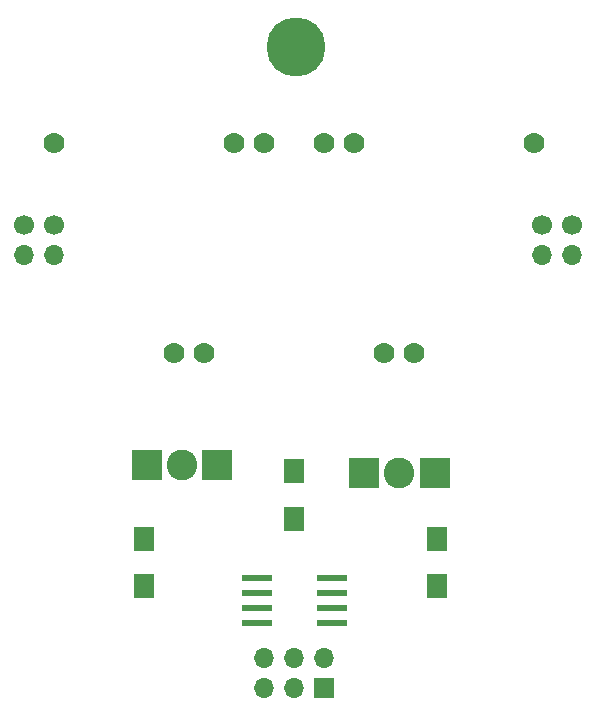
<source format=gbs>
G04 #@! TF.FileFunction,Soldermask,Bot*
%FSLAX46Y46*%
G04 Gerber Fmt 4.6, Leading zero omitted, Abs format (unit mm)*
G04 Created by KiCad (PCBNEW 4.0.7-e2-6376~61~ubuntu18.04.1) date Wed Sep  5 22:43:36 2018*
%MOMM*%
%LPD*%
G01*
G04 APERTURE LIST*
%ADD10C,0.100000*%
%ADD11C,5.000000*%
%ADD12R,2.500000X2.500000*%
%ADD13C,2.600000*%
%ADD14C,1.778000*%
%ADD15R,2.500000X0.600000*%
%ADD16R,1.700000X1.700000*%
%ADD17O,1.700000X1.700000*%
%ADD18R,1.700000X2.000000*%
%ADD19C,1.700000*%
G04 APERTURE END LIST*
D10*
D11*
X160154620Y-96029780D03*
D12*
X147495000Y-131445000D03*
X153495000Y-131445000D03*
D13*
X150495000Y-131445000D03*
D12*
X165910000Y-132080000D03*
X171910000Y-132080000D03*
D13*
X168910000Y-132080000D03*
D14*
X165100000Y-104140000D03*
X154940000Y-104140000D03*
X170180000Y-121920000D03*
X167640000Y-121920000D03*
X180340000Y-104140000D03*
X162560000Y-104140000D03*
X139700000Y-104140000D03*
X157480000Y-104140000D03*
X149860000Y-121920000D03*
X152400000Y-121920000D03*
D15*
X163220000Y-140970000D03*
X163220000Y-142240000D03*
X163220000Y-143510000D03*
X163220000Y-144780000D03*
X156820000Y-144780000D03*
X156820000Y-143510000D03*
X156820000Y-142240000D03*
X156820000Y-140970000D03*
D16*
X162560000Y-150317200D03*
D17*
X162560000Y-147777200D03*
X160020000Y-150317200D03*
X160020000Y-147777200D03*
X157480000Y-150317200D03*
X157480000Y-147777200D03*
D18*
X160020000Y-135985000D03*
X160020000Y-131985000D03*
X172085000Y-137700000D03*
X172085000Y-141700000D03*
X147320000Y-141700000D03*
X147320000Y-137700000D03*
D19*
X139680000Y-111105000D03*
D17*
X139680000Y-113645000D03*
D19*
X137140000Y-111105000D03*
D17*
X137140000Y-113645000D03*
D19*
X183495000Y-111105000D03*
D17*
X183495000Y-113645000D03*
D19*
X180955000Y-111105000D03*
D17*
X180955000Y-113645000D03*
M02*

</source>
